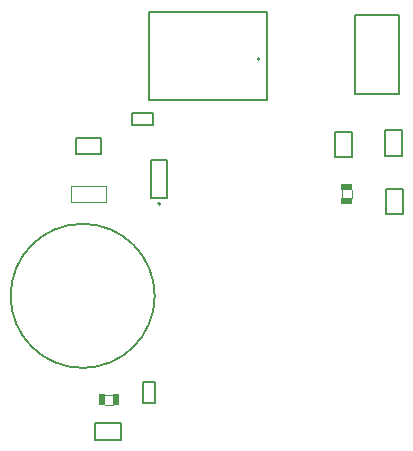
<source format=gbr>
%TF.GenerationSoftware,Altium Limited,Altium Designer,20.0.13 (296)*%
G04 Layer_Color=16711935*
%FSLAX45Y45*%
%MOMM*%
%TF.FileFunction,Other,Mechanical_13*%
%TF.Part,Single*%
G01*
G75*
%TA.AperFunction,NonConductor*%
%ADD37C,0.20000*%
%ADD39C,0.12700*%
%ADD63C,0.10160*%
%ADD64C,0.10000*%
G36*
X12130470Y7451187D02*
X12180412D01*
Y7356090D01*
X12130470D01*
Y7451187D01*
D02*
G37*
G36*
X12247310Y7451113D02*
X12297361D01*
Y7356090D01*
X12247310D01*
Y7451113D01*
D02*
G37*
G36*
X14176913Y9060970D02*
Y9110912D01*
X14272009D01*
Y9060970D01*
X14176913D01*
D02*
G37*
G36*
X14176987Y9177810D02*
Y9227861D01*
X14272009D01*
Y9177810D01*
X14176987D01*
D02*
G37*
D37*
X13488699Y10287000D02*
G03*
X13488699Y10287000I-10000J0D01*
G01*
X12646500Y9061000D02*
G03*
X12646500Y9061000I-10000J0D01*
G01*
D39*
X12598800Y8281825D02*
G03*
X12598800Y8281825I-610000J0D01*
G01*
X13546902Y9936998D02*
Y10686999D01*
X12546899Y9936998D02*
X13546902D01*
X12546899D02*
Y10686999D01*
X13546902D01*
X14545702Y9465798D02*
X14689699D01*
X14545702Y9685802D02*
X14689699D01*
X14545702Y9465798D02*
Y9685802D01*
X14689699Y9465798D02*
Y9685802D01*
X14560397Y8972499D02*
X14700401D01*
X14560397Y9188501D02*
X14700401D01*
Y8972499D02*
Y9188501D01*
X14560397Y8972499D02*
Y9188501D01*
X14128598Y9455099D02*
X14268602D01*
X14128598Y9671101D02*
X14268602D01*
Y9455099D02*
Y9671101D01*
X14128598Y9455099D02*
Y9671101D01*
X12571501Y9111000D02*
X12701499D01*
Y9431000D01*
X12571501D02*
X12701499D01*
X12571501Y9111000D02*
Y9431000D01*
X12403999Y9729003D02*
Y9829002D01*
X12583998Y9729003D02*
Y9829002D01*
X12403999Y9729003D02*
X12583998D01*
X12403999Y9829002D02*
X12583998D01*
X12147601Y9480398D02*
Y9620402D01*
X11931604Y9480398D02*
Y9620402D01*
X12147601D01*
X11931604Y9480398D02*
X12147601D01*
X12094698Y7065401D02*
Y7209399D01*
X12314702Y7065401D02*
Y7209399D01*
X12094698D02*
X12314702D01*
X12094698Y7065401D02*
X12314702D01*
X12497603Y7554798D02*
X12597602D01*
X12497603Y7374799D02*
X12597602D01*
X12497603D02*
Y7554798D01*
X12597602Y7374799D02*
Y7554798D01*
X14292001Y9989099D02*
Y10661101D01*
Y9989099D02*
X14663998D01*
Y10661101D01*
X14292001D02*
X14663998D01*
D63*
X14267200Y9108399D02*
Y9179601D01*
X14182100Y9108399D02*
Y9179601D01*
X12177898Y7360900D02*
X12249099D01*
X12177898Y7446000D02*
X12249099D01*
D64*
X11889598Y9214749D02*
X12189602D01*
X11889598Y9074749D02*
X12189602D01*
Y9214749D01*
X11889598Y9074749D02*
Y9214749D01*
%TF.MD5,0b01bdc76e7786adcc2730e3e3fa9ef4*%
M02*

</source>
